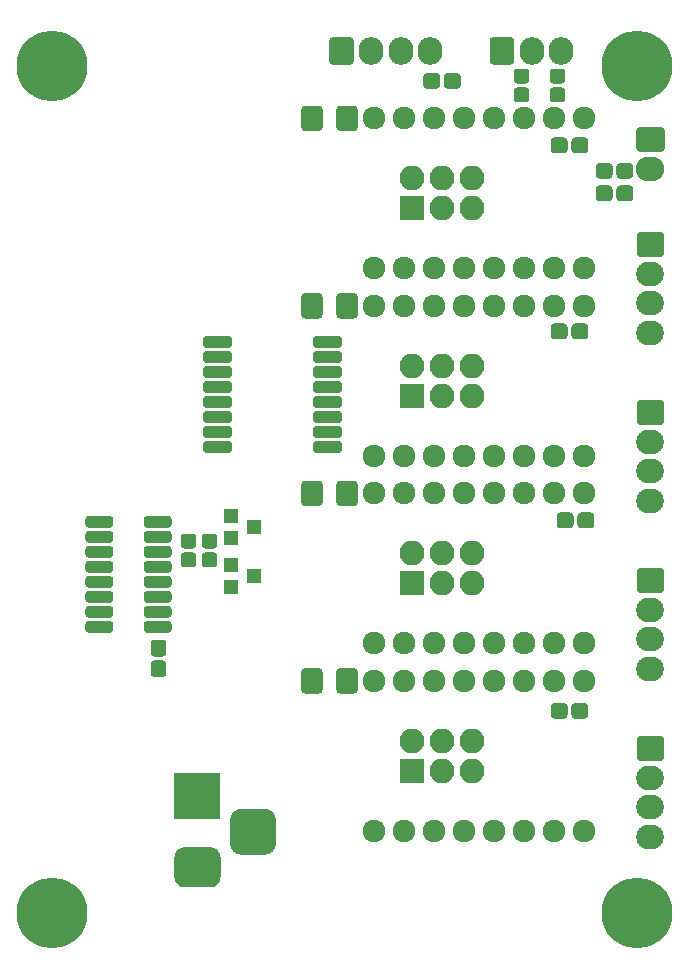
<source format=gbr>
G04 #@! TF.GenerationSoftware,KiCad,Pcbnew,5.1.6*
G04 #@! TF.CreationDate,2020-07-21T22:46:31+02:00*
G04 #@! TF.ProjectId,esp32_stepper_driver,65737033-325f-4737-9465-707065725f64,rev?*
G04 #@! TF.SameCoordinates,Original*
G04 #@! TF.FileFunction,Soldermask,Bot*
G04 #@! TF.FilePolarity,Negative*
%FSLAX46Y46*%
G04 Gerber Fmt 4.6, Leading zero omitted, Abs format (unit mm)*
G04 Created by KiCad (PCBNEW 5.1.6) date 2020-07-21 22:46:31*
%MOMM*%
%LPD*%
G01*
G04 APERTURE LIST*
%ADD10O,2.100000X2.100000*%
%ADD11R,2.100000X2.100000*%
%ADD12O,2.350000X2.100000*%
%ADD13R,1.300000X1.200000*%
%ADD14C,6.000000*%
%ADD15O,2.400000X2.100000*%
%ADD16O,2.100000X2.350000*%
%ADD17R,3.900000X3.900000*%
%ADD18C,1.924000*%
G04 APERTURE END LIST*
D10*
X175895000Y-83820000D03*
X175895000Y-86360000D03*
X173355000Y-83820000D03*
X173355000Y-86360000D03*
X170815000Y-83820000D03*
D11*
X170815000Y-86360000D03*
D10*
X175895000Y-99695000D03*
X175895000Y-102235000D03*
X173355000Y-99695000D03*
X173355000Y-102235000D03*
X170815000Y-99695000D03*
D11*
X170815000Y-102235000D03*
D10*
X175895000Y-115570000D03*
X175895000Y-118110000D03*
X173355000Y-115570000D03*
X173355000Y-118110000D03*
X170815000Y-115570000D03*
D11*
X170815000Y-118110000D03*
D10*
X175895000Y-131445000D03*
X175895000Y-133985000D03*
X173355000Y-131445000D03*
X173355000Y-133985000D03*
X170815000Y-131445000D03*
D11*
X170815000Y-133985000D03*
D12*
X191008000Y-96908000D03*
X191008000Y-94408000D03*
X191008000Y-91908000D03*
G36*
G01*
X190141823Y-88358000D02*
X191874177Y-88358000D01*
G75*
G02*
X192183000Y-88666823I0J-308823D01*
G01*
X192183000Y-90149177D01*
G75*
G02*
X191874177Y-90458000I-308823J0D01*
G01*
X190141823Y-90458000D01*
G75*
G02*
X189833000Y-90149177I0J308823D01*
G01*
X189833000Y-88666823D01*
G75*
G02*
X190141823Y-88358000I308823J0D01*
G01*
G37*
X191008000Y-125356000D03*
X191008000Y-122856000D03*
X191008000Y-120356000D03*
G36*
G01*
X190141823Y-116806000D02*
X191874177Y-116806000D01*
G75*
G02*
X192183000Y-117114823I0J-308823D01*
G01*
X192183000Y-118597177D01*
G75*
G02*
X191874177Y-118906000I-308823J0D01*
G01*
X190141823Y-118906000D01*
G75*
G02*
X189833000Y-118597177I0J308823D01*
G01*
X189833000Y-117114823D01*
G75*
G02*
X190141823Y-116806000I308823J0D01*
G01*
G37*
G36*
G01*
X155579000Y-97413000D02*
X155579000Y-97913000D01*
G75*
G02*
X155329000Y-98163000I-250000J0D01*
G01*
X153379000Y-98163000D01*
G75*
G02*
X153129000Y-97913000I0J250000D01*
G01*
X153129000Y-97413000D01*
G75*
G02*
X153379000Y-97163000I250000J0D01*
G01*
X155329000Y-97163000D01*
G75*
G02*
X155579000Y-97413000I0J-250000D01*
G01*
G37*
G36*
G01*
X155579000Y-98683000D02*
X155579000Y-99183000D01*
G75*
G02*
X155329000Y-99433000I-250000J0D01*
G01*
X153379000Y-99433000D01*
G75*
G02*
X153129000Y-99183000I0J250000D01*
G01*
X153129000Y-98683000D01*
G75*
G02*
X153379000Y-98433000I250000J0D01*
G01*
X155329000Y-98433000D01*
G75*
G02*
X155579000Y-98683000I0J-250000D01*
G01*
G37*
G36*
G01*
X155579000Y-99953000D02*
X155579000Y-100453000D01*
G75*
G02*
X155329000Y-100703000I-250000J0D01*
G01*
X153379000Y-100703000D01*
G75*
G02*
X153129000Y-100453000I0J250000D01*
G01*
X153129000Y-99953000D01*
G75*
G02*
X153379000Y-99703000I250000J0D01*
G01*
X155329000Y-99703000D01*
G75*
G02*
X155579000Y-99953000I0J-250000D01*
G01*
G37*
G36*
G01*
X155579000Y-101223000D02*
X155579000Y-101723000D01*
G75*
G02*
X155329000Y-101973000I-250000J0D01*
G01*
X153379000Y-101973000D01*
G75*
G02*
X153129000Y-101723000I0J250000D01*
G01*
X153129000Y-101223000D01*
G75*
G02*
X153379000Y-100973000I250000J0D01*
G01*
X155329000Y-100973000D01*
G75*
G02*
X155579000Y-101223000I0J-250000D01*
G01*
G37*
G36*
G01*
X155579000Y-102493000D02*
X155579000Y-102993000D01*
G75*
G02*
X155329000Y-103243000I-250000J0D01*
G01*
X153379000Y-103243000D01*
G75*
G02*
X153129000Y-102993000I0J250000D01*
G01*
X153129000Y-102493000D01*
G75*
G02*
X153379000Y-102243000I250000J0D01*
G01*
X155329000Y-102243000D01*
G75*
G02*
X155579000Y-102493000I0J-250000D01*
G01*
G37*
G36*
G01*
X155579000Y-103763000D02*
X155579000Y-104263000D01*
G75*
G02*
X155329000Y-104513000I-250000J0D01*
G01*
X153379000Y-104513000D01*
G75*
G02*
X153129000Y-104263000I0J250000D01*
G01*
X153129000Y-103763000D01*
G75*
G02*
X153379000Y-103513000I250000J0D01*
G01*
X155329000Y-103513000D01*
G75*
G02*
X155579000Y-103763000I0J-250000D01*
G01*
G37*
G36*
G01*
X155579000Y-105033000D02*
X155579000Y-105533000D01*
G75*
G02*
X155329000Y-105783000I-250000J0D01*
G01*
X153379000Y-105783000D01*
G75*
G02*
X153129000Y-105533000I0J250000D01*
G01*
X153129000Y-105033000D01*
G75*
G02*
X153379000Y-104783000I250000J0D01*
G01*
X155329000Y-104783000D01*
G75*
G02*
X155579000Y-105033000I0J-250000D01*
G01*
G37*
G36*
G01*
X155579000Y-106303000D02*
X155579000Y-106803000D01*
G75*
G02*
X155329000Y-107053000I-250000J0D01*
G01*
X153379000Y-107053000D01*
G75*
G02*
X153129000Y-106803000I0J250000D01*
G01*
X153129000Y-106303000D01*
G75*
G02*
X153379000Y-106053000I250000J0D01*
G01*
X155329000Y-106053000D01*
G75*
G02*
X155579000Y-106303000I0J-250000D01*
G01*
G37*
G36*
G01*
X164879000Y-106303000D02*
X164879000Y-106803000D01*
G75*
G02*
X164629000Y-107053000I-250000J0D01*
G01*
X162679000Y-107053000D01*
G75*
G02*
X162429000Y-106803000I0J250000D01*
G01*
X162429000Y-106303000D01*
G75*
G02*
X162679000Y-106053000I250000J0D01*
G01*
X164629000Y-106053000D01*
G75*
G02*
X164879000Y-106303000I0J-250000D01*
G01*
G37*
G36*
G01*
X164879000Y-105033000D02*
X164879000Y-105533000D01*
G75*
G02*
X164629000Y-105783000I-250000J0D01*
G01*
X162679000Y-105783000D01*
G75*
G02*
X162429000Y-105533000I0J250000D01*
G01*
X162429000Y-105033000D01*
G75*
G02*
X162679000Y-104783000I250000J0D01*
G01*
X164629000Y-104783000D01*
G75*
G02*
X164879000Y-105033000I0J-250000D01*
G01*
G37*
G36*
G01*
X164879000Y-103763000D02*
X164879000Y-104263000D01*
G75*
G02*
X164629000Y-104513000I-250000J0D01*
G01*
X162679000Y-104513000D01*
G75*
G02*
X162429000Y-104263000I0J250000D01*
G01*
X162429000Y-103763000D01*
G75*
G02*
X162679000Y-103513000I250000J0D01*
G01*
X164629000Y-103513000D01*
G75*
G02*
X164879000Y-103763000I0J-250000D01*
G01*
G37*
G36*
G01*
X164879000Y-102493000D02*
X164879000Y-102993000D01*
G75*
G02*
X164629000Y-103243000I-250000J0D01*
G01*
X162679000Y-103243000D01*
G75*
G02*
X162429000Y-102993000I0J250000D01*
G01*
X162429000Y-102493000D01*
G75*
G02*
X162679000Y-102243000I250000J0D01*
G01*
X164629000Y-102243000D01*
G75*
G02*
X164879000Y-102493000I0J-250000D01*
G01*
G37*
G36*
G01*
X164879000Y-101223000D02*
X164879000Y-101723000D01*
G75*
G02*
X164629000Y-101973000I-250000J0D01*
G01*
X162679000Y-101973000D01*
G75*
G02*
X162429000Y-101723000I0J250000D01*
G01*
X162429000Y-101223000D01*
G75*
G02*
X162679000Y-100973000I250000J0D01*
G01*
X164629000Y-100973000D01*
G75*
G02*
X164879000Y-101223000I0J-250000D01*
G01*
G37*
G36*
G01*
X164879000Y-99953000D02*
X164879000Y-100453000D01*
G75*
G02*
X164629000Y-100703000I-250000J0D01*
G01*
X162679000Y-100703000D01*
G75*
G02*
X162429000Y-100453000I0J250000D01*
G01*
X162429000Y-99953000D01*
G75*
G02*
X162679000Y-99703000I250000J0D01*
G01*
X164629000Y-99703000D01*
G75*
G02*
X164879000Y-99953000I0J-250000D01*
G01*
G37*
G36*
G01*
X164879000Y-98683000D02*
X164879000Y-99183000D01*
G75*
G02*
X164629000Y-99433000I-250000J0D01*
G01*
X162679000Y-99433000D01*
G75*
G02*
X162429000Y-99183000I0J250000D01*
G01*
X162429000Y-98683000D01*
G75*
G02*
X162679000Y-98433000I250000J0D01*
G01*
X164629000Y-98433000D01*
G75*
G02*
X164879000Y-98683000I0J-250000D01*
G01*
G37*
G36*
G01*
X164879000Y-97413000D02*
X164879000Y-97913000D01*
G75*
G02*
X164629000Y-98163000I-250000J0D01*
G01*
X162679000Y-98163000D01*
G75*
G02*
X162429000Y-97913000I0J250000D01*
G01*
X162429000Y-97413000D01*
G75*
G02*
X162679000Y-97163000I250000J0D01*
G01*
X164629000Y-97163000D01*
G75*
G02*
X164879000Y-97413000I0J-250000D01*
G01*
G37*
G36*
G01*
X148112000Y-122043000D02*
X148112000Y-121543000D01*
G75*
G02*
X148362000Y-121293000I250000J0D01*
G01*
X150212000Y-121293000D01*
G75*
G02*
X150462000Y-121543000I0J-250000D01*
G01*
X150462000Y-122043000D01*
G75*
G02*
X150212000Y-122293000I-250000J0D01*
G01*
X148362000Y-122293000D01*
G75*
G02*
X148112000Y-122043000I0J250000D01*
G01*
G37*
G36*
G01*
X148112000Y-120773000D02*
X148112000Y-120273000D01*
G75*
G02*
X148362000Y-120023000I250000J0D01*
G01*
X150212000Y-120023000D01*
G75*
G02*
X150462000Y-120273000I0J-250000D01*
G01*
X150462000Y-120773000D01*
G75*
G02*
X150212000Y-121023000I-250000J0D01*
G01*
X148362000Y-121023000D01*
G75*
G02*
X148112000Y-120773000I0J250000D01*
G01*
G37*
G36*
G01*
X148112000Y-119503000D02*
X148112000Y-119003000D01*
G75*
G02*
X148362000Y-118753000I250000J0D01*
G01*
X150212000Y-118753000D01*
G75*
G02*
X150462000Y-119003000I0J-250000D01*
G01*
X150462000Y-119503000D01*
G75*
G02*
X150212000Y-119753000I-250000J0D01*
G01*
X148362000Y-119753000D01*
G75*
G02*
X148112000Y-119503000I0J250000D01*
G01*
G37*
G36*
G01*
X148112000Y-118233000D02*
X148112000Y-117733000D01*
G75*
G02*
X148362000Y-117483000I250000J0D01*
G01*
X150212000Y-117483000D01*
G75*
G02*
X150462000Y-117733000I0J-250000D01*
G01*
X150462000Y-118233000D01*
G75*
G02*
X150212000Y-118483000I-250000J0D01*
G01*
X148362000Y-118483000D01*
G75*
G02*
X148112000Y-118233000I0J250000D01*
G01*
G37*
G36*
G01*
X148112000Y-116963000D02*
X148112000Y-116463000D01*
G75*
G02*
X148362000Y-116213000I250000J0D01*
G01*
X150212000Y-116213000D01*
G75*
G02*
X150462000Y-116463000I0J-250000D01*
G01*
X150462000Y-116963000D01*
G75*
G02*
X150212000Y-117213000I-250000J0D01*
G01*
X148362000Y-117213000D01*
G75*
G02*
X148112000Y-116963000I0J250000D01*
G01*
G37*
G36*
G01*
X148112000Y-115693000D02*
X148112000Y-115193000D01*
G75*
G02*
X148362000Y-114943000I250000J0D01*
G01*
X150212000Y-114943000D01*
G75*
G02*
X150462000Y-115193000I0J-250000D01*
G01*
X150462000Y-115693000D01*
G75*
G02*
X150212000Y-115943000I-250000J0D01*
G01*
X148362000Y-115943000D01*
G75*
G02*
X148112000Y-115693000I0J250000D01*
G01*
G37*
G36*
G01*
X148112000Y-114423000D02*
X148112000Y-113923000D01*
G75*
G02*
X148362000Y-113673000I250000J0D01*
G01*
X150212000Y-113673000D01*
G75*
G02*
X150462000Y-113923000I0J-250000D01*
G01*
X150462000Y-114423000D01*
G75*
G02*
X150212000Y-114673000I-250000J0D01*
G01*
X148362000Y-114673000D01*
G75*
G02*
X148112000Y-114423000I0J250000D01*
G01*
G37*
G36*
G01*
X148112000Y-113153000D02*
X148112000Y-112653000D01*
G75*
G02*
X148362000Y-112403000I250000J0D01*
G01*
X150212000Y-112403000D01*
G75*
G02*
X150462000Y-112653000I0J-250000D01*
G01*
X150462000Y-113153000D01*
G75*
G02*
X150212000Y-113403000I-250000J0D01*
G01*
X148362000Y-113403000D01*
G75*
G02*
X148112000Y-113153000I0J250000D01*
G01*
G37*
G36*
G01*
X143162000Y-113153000D02*
X143162000Y-112653000D01*
G75*
G02*
X143412000Y-112403000I250000J0D01*
G01*
X145262000Y-112403000D01*
G75*
G02*
X145512000Y-112653000I0J-250000D01*
G01*
X145512000Y-113153000D01*
G75*
G02*
X145262000Y-113403000I-250000J0D01*
G01*
X143412000Y-113403000D01*
G75*
G02*
X143162000Y-113153000I0J250000D01*
G01*
G37*
G36*
G01*
X143162000Y-114423000D02*
X143162000Y-113923000D01*
G75*
G02*
X143412000Y-113673000I250000J0D01*
G01*
X145262000Y-113673000D01*
G75*
G02*
X145512000Y-113923000I0J-250000D01*
G01*
X145512000Y-114423000D01*
G75*
G02*
X145262000Y-114673000I-250000J0D01*
G01*
X143412000Y-114673000D01*
G75*
G02*
X143162000Y-114423000I0J250000D01*
G01*
G37*
G36*
G01*
X143162000Y-115693000D02*
X143162000Y-115193000D01*
G75*
G02*
X143412000Y-114943000I250000J0D01*
G01*
X145262000Y-114943000D01*
G75*
G02*
X145512000Y-115193000I0J-250000D01*
G01*
X145512000Y-115693000D01*
G75*
G02*
X145262000Y-115943000I-250000J0D01*
G01*
X143412000Y-115943000D01*
G75*
G02*
X143162000Y-115693000I0J250000D01*
G01*
G37*
G36*
G01*
X143162000Y-116963000D02*
X143162000Y-116463000D01*
G75*
G02*
X143412000Y-116213000I250000J0D01*
G01*
X145262000Y-116213000D01*
G75*
G02*
X145512000Y-116463000I0J-250000D01*
G01*
X145512000Y-116963000D01*
G75*
G02*
X145262000Y-117213000I-250000J0D01*
G01*
X143412000Y-117213000D01*
G75*
G02*
X143162000Y-116963000I0J250000D01*
G01*
G37*
G36*
G01*
X143162000Y-118233000D02*
X143162000Y-117733000D01*
G75*
G02*
X143412000Y-117483000I250000J0D01*
G01*
X145262000Y-117483000D01*
G75*
G02*
X145512000Y-117733000I0J-250000D01*
G01*
X145512000Y-118233000D01*
G75*
G02*
X145262000Y-118483000I-250000J0D01*
G01*
X143412000Y-118483000D01*
G75*
G02*
X143162000Y-118233000I0J250000D01*
G01*
G37*
G36*
G01*
X143162000Y-119503000D02*
X143162000Y-119003000D01*
G75*
G02*
X143412000Y-118753000I250000J0D01*
G01*
X145262000Y-118753000D01*
G75*
G02*
X145512000Y-119003000I0J-250000D01*
G01*
X145512000Y-119503000D01*
G75*
G02*
X145262000Y-119753000I-250000J0D01*
G01*
X143412000Y-119753000D01*
G75*
G02*
X143162000Y-119503000I0J250000D01*
G01*
G37*
G36*
G01*
X143162000Y-120773000D02*
X143162000Y-120273000D01*
G75*
G02*
X143412000Y-120023000I250000J0D01*
G01*
X145262000Y-120023000D01*
G75*
G02*
X145512000Y-120273000I0J-250000D01*
G01*
X145512000Y-120773000D01*
G75*
G02*
X145262000Y-121023000I-250000J0D01*
G01*
X143412000Y-121023000D01*
G75*
G02*
X143162000Y-120773000I0J250000D01*
G01*
G37*
G36*
G01*
X143162000Y-122043000D02*
X143162000Y-121543000D01*
G75*
G02*
X143412000Y-121293000I250000J0D01*
G01*
X145262000Y-121293000D01*
G75*
G02*
X145512000Y-121543000I0J-250000D01*
G01*
X145512000Y-122043000D01*
G75*
G02*
X145262000Y-122293000I-250000J0D01*
G01*
X143412000Y-122293000D01*
G75*
G02*
X143162000Y-122043000I0J250000D01*
G01*
G37*
G36*
G01*
X180442250Y-75796000D02*
X179729750Y-75796000D01*
G75*
G02*
X179411000Y-75477250I0J318750D01*
G01*
X179411000Y-74839750D01*
G75*
G02*
X179729750Y-74521000I318750J0D01*
G01*
X180442250Y-74521000D01*
G75*
G02*
X180761000Y-74839750I0J-318750D01*
G01*
X180761000Y-75477250D01*
G75*
G02*
X180442250Y-75796000I-318750J0D01*
G01*
G37*
G36*
G01*
X180442250Y-77371000D02*
X179729750Y-77371000D01*
G75*
G02*
X179411000Y-77052250I0J318750D01*
G01*
X179411000Y-76414750D01*
G75*
G02*
X179729750Y-76096000I318750J0D01*
G01*
X180442250Y-76096000D01*
G75*
G02*
X180761000Y-76414750I0J-318750D01*
G01*
X180761000Y-77052250D01*
G75*
G02*
X180442250Y-77371000I-318750J0D01*
G01*
G37*
G36*
G01*
X183490250Y-75796000D02*
X182777750Y-75796000D01*
G75*
G02*
X182459000Y-75477250I0J318750D01*
G01*
X182459000Y-74839750D01*
G75*
G02*
X182777750Y-74521000I318750J0D01*
G01*
X183490250Y-74521000D01*
G75*
G02*
X183809000Y-74839750I0J-318750D01*
G01*
X183809000Y-75477250D01*
G75*
G02*
X183490250Y-75796000I-318750J0D01*
G01*
G37*
G36*
G01*
X183490250Y-77371000D02*
X182777750Y-77371000D01*
G75*
G02*
X182459000Y-77052250I0J318750D01*
G01*
X182459000Y-76414750D01*
G75*
G02*
X182777750Y-76096000I318750J0D01*
G01*
X183490250Y-76096000D01*
G75*
G02*
X183809000Y-76414750I0J-318750D01*
G01*
X183809000Y-77052250D01*
G75*
G02*
X183490250Y-77371000I-318750J0D01*
G01*
G37*
G36*
G01*
X152248250Y-115166000D02*
X151535750Y-115166000D01*
G75*
G02*
X151217000Y-114847250I0J318750D01*
G01*
X151217000Y-114209750D01*
G75*
G02*
X151535750Y-113891000I318750J0D01*
G01*
X152248250Y-113891000D01*
G75*
G02*
X152567000Y-114209750I0J-318750D01*
G01*
X152567000Y-114847250D01*
G75*
G02*
X152248250Y-115166000I-318750J0D01*
G01*
G37*
G36*
G01*
X152248250Y-116741000D02*
X151535750Y-116741000D01*
G75*
G02*
X151217000Y-116422250I0J318750D01*
G01*
X151217000Y-115784750D01*
G75*
G02*
X151535750Y-115466000I318750J0D01*
G01*
X152248250Y-115466000D01*
G75*
G02*
X152567000Y-115784750I0J-318750D01*
G01*
X152567000Y-116422250D01*
G75*
G02*
X152248250Y-116741000I-318750J0D01*
G01*
G37*
G36*
G01*
X153313750Y-115466000D02*
X154026250Y-115466000D01*
G75*
G02*
X154345000Y-115784750I0J-318750D01*
G01*
X154345000Y-116422250D01*
G75*
G02*
X154026250Y-116741000I-318750J0D01*
G01*
X153313750Y-116741000D01*
G75*
G02*
X152995000Y-116422250I0J318750D01*
G01*
X152995000Y-115784750D01*
G75*
G02*
X153313750Y-115466000I318750J0D01*
G01*
G37*
G36*
G01*
X153313750Y-113891000D02*
X154026250Y-113891000D01*
G75*
G02*
X154345000Y-114209750I0J-318750D01*
G01*
X154345000Y-114847250D01*
G75*
G02*
X154026250Y-115166000I-318750J0D01*
G01*
X153313750Y-115166000D01*
G75*
G02*
X152995000Y-114847250I0J318750D01*
G01*
X152995000Y-114209750D01*
G75*
G02*
X153313750Y-113891000I318750J0D01*
G01*
G37*
D13*
X157464000Y-117475000D03*
X155464000Y-116525000D03*
X155464000Y-118425000D03*
X157464000Y-113345000D03*
X155464000Y-112395000D03*
X155464000Y-114295000D03*
D14*
X189865000Y-146050000D03*
X140335000Y-146050000D03*
X189865000Y-74295000D03*
X140335000Y-74295000D03*
D12*
X191008000Y-111132000D03*
X191008000Y-108632000D03*
X191008000Y-106132000D03*
G36*
G01*
X190141823Y-102582000D02*
X191874177Y-102582000D01*
G75*
G02*
X192183000Y-102890823I0J-308823D01*
G01*
X192183000Y-104373177D01*
G75*
G02*
X191874177Y-104682000I-308823J0D01*
G01*
X190141823Y-104682000D01*
G75*
G02*
X189833000Y-104373177I0J308823D01*
G01*
X189833000Y-102890823D01*
G75*
G02*
X190141823Y-102582000I308823J0D01*
G01*
G37*
D15*
X191008000Y-83018000D03*
G36*
G01*
X190116823Y-79468000D02*
X191899177Y-79468000D01*
G75*
G02*
X192208000Y-79776823I0J-308823D01*
G01*
X192208000Y-81259177D01*
G75*
G02*
X191899177Y-81568000I-308823J0D01*
G01*
X190116823Y-81568000D01*
G75*
G02*
X189808000Y-81259177I0J308823D01*
G01*
X189808000Y-79776823D01*
G75*
G02*
X190116823Y-79468000I308823J0D01*
G01*
G37*
D16*
X183435000Y-73025000D03*
X180935000Y-73025000D03*
G36*
G01*
X177385000Y-73891177D02*
X177385000Y-72158823D01*
G75*
G02*
X177693823Y-71850000I308823J0D01*
G01*
X179176177Y-71850000D01*
G75*
G02*
X179485000Y-72158823I0J-308823D01*
G01*
X179485000Y-73891177D01*
G75*
G02*
X179176177Y-74200000I-308823J0D01*
G01*
X177693823Y-74200000D01*
G75*
G02*
X177385000Y-73891177I0J308823D01*
G01*
G37*
X172346000Y-73025000D03*
X169846000Y-73025000D03*
X167346000Y-73025000D03*
G36*
G01*
X163796000Y-73891177D02*
X163796000Y-72158823D01*
G75*
G02*
X164104823Y-71850000I308823J0D01*
G01*
X165587177Y-71850000D01*
G75*
G02*
X165896000Y-72158823I0J-308823D01*
G01*
X165896000Y-73891177D01*
G75*
G02*
X165587177Y-74200000I-308823J0D01*
G01*
X164104823Y-74200000D01*
G75*
G02*
X163796000Y-73891177I0J308823D01*
G01*
G37*
D12*
X191008000Y-139580000D03*
X191008000Y-137080000D03*
X191008000Y-134580000D03*
G36*
G01*
X190141823Y-131030000D02*
X191874177Y-131030000D01*
G75*
G02*
X192183000Y-131338823I0J-308823D01*
G01*
X192183000Y-132821177D01*
G75*
G02*
X191874177Y-133130000I-308823J0D01*
G01*
X190141823Y-133130000D01*
G75*
G02*
X189833000Y-132821177I0J308823D01*
G01*
X189833000Y-131338823D01*
G75*
G02*
X190141823Y-131030000I308823J0D01*
G01*
G37*
G36*
G01*
X158329000Y-141094000D02*
X156379000Y-141094000D01*
G75*
G02*
X155404000Y-140119000I0J975000D01*
G01*
X155404000Y-138169000D01*
G75*
G02*
X156379000Y-137194000I975000J0D01*
G01*
X158329000Y-137194000D01*
G75*
G02*
X159304000Y-138169000I0J-975000D01*
G01*
X159304000Y-140119000D01*
G75*
G02*
X158329000Y-141094000I-975000J0D01*
G01*
G37*
G36*
G01*
X153754000Y-143844000D02*
X151554000Y-143844000D01*
G75*
G02*
X150704000Y-142994000I0J850000D01*
G01*
X150704000Y-141294000D01*
G75*
G02*
X151554000Y-140444000I850000J0D01*
G01*
X153754000Y-140444000D01*
G75*
G02*
X154604000Y-141294000I0J-850000D01*
G01*
X154604000Y-142994000D01*
G75*
G02*
X153754000Y-143844000I-850000J0D01*
G01*
G37*
D17*
X152654000Y-136144000D03*
G36*
G01*
X184300000Y-81363500D02*
X184300000Y-80688500D01*
G75*
G02*
X184637500Y-80351000I337500J0D01*
G01*
X185412500Y-80351000D01*
G75*
G02*
X185750000Y-80688500I0J-337500D01*
G01*
X185750000Y-81363500D01*
G75*
G02*
X185412500Y-81701000I-337500J0D01*
G01*
X184637500Y-81701000D01*
G75*
G02*
X184300000Y-81363500I0J337500D01*
G01*
G37*
G36*
G01*
X182550000Y-81363500D02*
X182550000Y-80688500D01*
G75*
G02*
X182887500Y-80351000I337500J0D01*
G01*
X183662500Y-80351000D01*
G75*
G02*
X184000000Y-80688500I0J-337500D01*
G01*
X184000000Y-81363500D01*
G75*
G02*
X183662500Y-81701000I-337500J0D01*
G01*
X182887500Y-81701000D01*
G75*
G02*
X182550000Y-81363500I0J337500D01*
G01*
G37*
G36*
G01*
X163255000Y-93860176D02*
X163255000Y-95369824D01*
G75*
G02*
X162934824Y-95690000I-320176J0D01*
G01*
X161750176Y-95690000D01*
G75*
G02*
X161430000Y-95369824I0J320176D01*
G01*
X161430000Y-93860176D01*
G75*
G02*
X161750176Y-93540000I320176J0D01*
G01*
X162934824Y-93540000D01*
G75*
G02*
X163255000Y-93860176I0J-320176D01*
G01*
G37*
G36*
G01*
X166230000Y-93860176D02*
X166230000Y-95369824D01*
G75*
G02*
X165909824Y-95690000I-320176J0D01*
G01*
X164725176Y-95690000D01*
G75*
G02*
X164405000Y-95369824I0J320176D01*
G01*
X164405000Y-93860176D01*
G75*
G02*
X164725176Y-93540000I320176J0D01*
G01*
X165909824Y-93540000D01*
G75*
G02*
X166230000Y-93860176I0J-320176D01*
G01*
G37*
G36*
G01*
X184300000Y-97111500D02*
X184300000Y-96436500D01*
G75*
G02*
X184637500Y-96099000I337500J0D01*
G01*
X185412500Y-96099000D01*
G75*
G02*
X185750000Y-96436500I0J-337500D01*
G01*
X185750000Y-97111500D01*
G75*
G02*
X185412500Y-97449000I-337500J0D01*
G01*
X184637500Y-97449000D01*
G75*
G02*
X184300000Y-97111500I0J337500D01*
G01*
G37*
G36*
G01*
X182550000Y-97111500D02*
X182550000Y-96436500D01*
G75*
G02*
X182887500Y-96099000I337500J0D01*
G01*
X183662500Y-96099000D01*
G75*
G02*
X184000000Y-96436500I0J-337500D01*
G01*
X184000000Y-97111500D01*
G75*
G02*
X183662500Y-97449000I-337500J0D01*
G01*
X182887500Y-97449000D01*
G75*
G02*
X182550000Y-97111500I0J337500D01*
G01*
G37*
G36*
G01*
X187810000Y-84752500D02*
X187810000Y-85427500D01*
G75*
G02*
X187472500Y-85765000I-337500J0D01*
G01*
X186697500Y-85765000D01*
G75*
G02*
X186360000Y-85427500I0J337500D01*
G01*
X186360000Y-84752500D01*
G75*
G02*
X186697500Y-84415000I337500J0D01*
G01*
X187472500Y-84415000D01*
G75*
G02*
X187810000Y-84752500I0J-337500D01*
G01*
G37*
G36*
G01*
X189560000Y-84752500D02*
X189560000Y-85427500D01*
G75*
G02*
X189222500Y-85765000I-337500J0D01*
G01*
X188447500Y-85765000D01*
G75*
G02*
X188110000Y-85427500I0J337500D01*
G01*
X188110000Y-84752500D01*
G75*
G02*
X188447500Y-84415000I337500J0D01*
G01*
X189222500Y-84415000D01*
G75*
G02*
X189560000Y-84752500I0J-337500D01*
G01*
G37*
G36*
G01*
X173505000Y-75902500D02*
X173505000Y-75227500D01*
G75*
G02*
X173842500Y-74890000I337500J0D01*
G01*
X174617500Y-74890000D01*
G75*
G02*
X174955000Y-75227500I0J-337500D01*
G01*
X174955000Y-75902500D01*
G75*
G02*
X174617500Y-76240000I-337500J0D01*
G01*
X173842500Y-76240000D01*
G75*
G02*
X173505000Y-75902500I0J337500D01*
G01*
G37*
G36*
G01*
X171755000Y-75902500D02*
X171755000Y-75227500D01*
G75*
G02*
X172092500Y-74890000I337500J0D01*
G01*
X172867500Y-74890000D01*
G75*
G02*
X173205000Y-75227500I0J-337500D01*
G01*
X173205000Y-75902500D01*
G75*
G02*
X172867500Y-76240000I-337500J0D01*
G01*
X172092500Y-76240000D01*
G75*
G02*
X171755000Y-75902500I0J337500D01*
G01*
G37*
G36*
G01*
X163255000Y-109735176D02*
X163255000Y-111244824D01*
G75*
G02*
X162934824Y-111565000I-320176J0D01*
G01*
X161750176Y-111565000D01*
G75*
G02*
X161430000Y-111244824I0J320176D01*
G01*
X161430000Y-109735176D01*
G75*
G02*
X161750176Y-109415000I320176J0D01*
G01*
X162934824Y-109415000D01*
G75*
G02*
X163255000Y-109735176I0J-320176D01*
G01*
G37*
G36*
G01*
X166230000Y-109735176D02*
X166230000Y-111244824D01*
G75*
G02*
X165909824Y-111565000I-320176J0D01*
G01*
X164725176Y-111565000D01*
G75*
G02*
X164405000Y-111244824I0J320176D01*
G01*
X164405000Y-109735176D01*
G75*
G02*
X164725176Y-109415000I320176J0D01*
G01*
X165909824Y-109415000D01*
G75*
G02*
X166230000Y-109735176I0J-320176D01*
G01*
G37*
G36*
G01*
X187810000Y-82847500D02*
X187810000Y-83522500D01*
G75*
G02*
X187472500Y-83860000I-337500J0D01*
G01*
X186697500Y-83860000D01*
G75*
G02*
X186360000Y-83522500I0J337500D01*
G01*
X186360000Y-82847500D01*
G75*
G02*
X186697500Y-82510000I337500J0D01*
G01*
X187472500Y-82510000D01*
G75*
G02*
X187810000Y-82847500I0J-337500D01*
G01*
G37*
G36*
G01*
X189560000Y-82847500D02*
X189560000Y-83522500D01*
G75*
G02*
X189222500Y-83860000I-337500J0D01*
G01*
X188447500Y-83860000D01*
G75*
G02*
X188110000Y-83522500I0J337500D01*
G01*
X188110000Y-82847500D01*
G75*
G02*
X188447500Y-82510000I337500J0D01*
G01*
X189222500Y-82510000D01*
G75*
G02*
X189560000Y-82847500I0J-337500D01*
G01*
G37*
G36*
G01*
X184808000Y-113113500D02*
X184808000Y-112438500D01*
G75*
G02*
X185145500Y-112101000I337500J0D01*
G01*
X185920500Y-112101000D01*
G75*
G02*
X186258000Y-112438500I0J-337500D01*
G01*
X186258000Y-113113500D01*
G75*
G02*
X185920500Y-113451000I-337500J0D01*
G01*
X185145500Y-113451000D01*
G75*
G02*
X184808000Y-113113500I0J337500D01*
G01*
G37*
G36*
G01*
X183058000Y-113113500D02*
X183058000Y-112438500D01*
G75*
G02*
X183395500Y-112101000I337500J0D01*
G01*
X184170500Y-112101000D01*
G75*
G02*
X184508000Y-112438500I0J-337500D01*
G01*
X184508000Y-113113500D01*
G75*
G02*
X184170500Y-113451000I-337500J0D01*
G01*
X183395500Y-113451000D01*
G75*
G02*
X183058000Y-113113500I0J337500D01*
G01*
G37*
G36*
G01*
X149014500Y-124610000D02*
X149689500Y-124610000D01*
G75*
G02*
X150027000Y-124947500I0J-337500D01*
G01*
X150027000Y-125722500D01*
G75*
G02*
X149689500Y-126060000I-337500J0D01*
G01*
X149014500Y-126060000D01*
G75*
G02*
X148677000Y-125722500I0J337500D01*
G01*
X148677000Y-124947500D01*
G75*
G02*
X149014500Y-124610000I337500J0D01*
G01*
G37*
G36*
G01*
X149014500Y-122860000D02*
X149689500Y-122860000D01*
G75*
G02*
X150027000Y-123197500I0J-337500D01*
G01*
X150027000Y-123972500D01*
G75*
G02*
X149689500Y-124310000I-337500J0D01*
G01*
X149014500Y-124310000D01*
G75*
G02*
X148677000Y-123972500I0J337500D01*
G01*
X148677000Y-123197500D01*
G75*
G02*
X149014500Y-122860000I337500J0D01*
G01*
G37*
G36*
G01*
X163255000Y-125610176D02*
X163255000Y-127119824D01*
G75*
G02*
X162934824Y-127440000I-320176J0D01*
G01*
X161750176Y-127440000D01*
G75*
G02*
X161430000Y-127119824I0J320176D01*
G01*
X161430000Y-125610176D01*
G75*
G02*
X161750176Y-125290000I320176J0D01*
G01*
X162934824Y-125290000D01*
G75*
G02*
X163255000Y-125610176I0J-320176D01*
G01*
G37*
G36*
G01*
X166230000Y-125610176D02*
X166230000Y-127119824D01*
G75*
G02*
X165909824Y-127440000I-320176J0D01*
G01*
X164725176Y-127440000D01*
G75*
G02*
X164405000Y-127119824I0J320176D01*
G01*
X164405000Y-125610176D01*
G75*
G02*
X164725176Y-125290000I320176J0D01*
G01*
X165909824Y-125290000D01*
G75*
G02*
X166230000Y-125610176I0J-320176D01*
G01*
G37*
D18*
X185420000Y-91440000D03*
X182880000Y-91440000D03*
X180340000Y-91440000D03*
X177800000Y-91440000D03*
X175260000Y-91440000D03*
X172720000Y-91440000D03*
X170180000Y-91440000D03*
X167640000Y-91440000D03*
X167640000Y-78740000D03*
X170180000Y-78740000D03*
X172720000Y-78740000D03*
X175260000Y-78740000D03*
X177800000Y-78740000D03*
X180340000Y-78740000D03*
X182880000Y-78740000D03*
X185420000Y-78740000D03*
X185420000Y-107315000D03*
X182880000Y-107315000D03*
X180340000Y-107315000D03*
X177800000Y-107315000D03*
X175260000Y-107315000D03*
X172720000Y-107315000D03*
X170180000Y-107315000D03*
X167640000Y-107315000D03*
X167640000Y-94615000D03*
X170180000Y-94615000D03*
X172720000Y-94615000D03*
X175260000Y-94615000D03*
X177800000Y-94615000D03*
X180340000Y-94615000D03*
X182880000Y-94615000D03*
X185420000Y-94615000D03*
X185420000Y-123190000D03*
X182880000Y-123190000D03*
X180340000Y-123190000D03*
X177800000Y-123190000D03*
X175260000Y-123190000D03*
X172720000Y-123190000D03*
X170180000Y-123190000D03*
X167640000Y-123190000D03*
X167640000Y-110490000D03*
X170180000Y-110490000D03*
X172720000Y-110490000D03*
X175260000Y-110490000D03*
X177800000Y-110490000D03*
X180340000Y-110490000D03*
X182880000Y-110490000D03*
X185420000Y-110490000D03*
X185420000Y-139065000D03*
X182880000Y-139065000D03*
X180340000Y-139065000D03*
X177800000Y-139065000D03*
X175260000Y-139065000D03*
X172720000Y-139065000D03*
X170180000Y-139065000D03*
X167640000Y-139065000D03*
X167640000Y-126365000D03*
X170180000Y-126365000D03*
X172720000Y-126365000D03*
X175260000Y-126365000D03*
X177800000Y-126365000D03*
X180340000Y-126365000D03*
X182880000Y-126365000D03*
X185420000Y-126365000D03*
G36*
G01*
X184300000Y-129242500D02*
X184300000Y-128567500D01*
G75*
G02*
X184637500Y-128230000I337500J0D01*
G01*
X185412500Y-128230000D01*
G75*
G02*
X185750000Y-128567500I0J-337500D01*
G01*
X185750000Y-129242500D01*
G75*
G02*
X185412500Y-129580000I-337500J0D01*
G01*
X184637500Y-129580000D01*
G75*
G02*
X184300000Y-129242500I0J337500D01*
G01*
G37*
G36*
G01*
X182550000Y-129242500D02*
X182550000Y-128567500D01*
G75*
G02*
X182887500Y-128230000I337500J0D01*
G01*
X183662500Y-128230000D01*
G75*
G02*
X184000000Y-128567500I0J-337500D01*
G01*
X184000000Y-129242500D01*
G75*
G02*
X183662500Y-129580000I-337500J0D01*
G01*
X182887500Y-129580000D01*
G75*
G02*
X182550000Y-129242500I0J337500D01*
G01*
G37*
G36*
G01*
X166230000Y-77985176D02*
X166230000Y-79494824D01*
G75*
G02*
X165909824Y-79815000I-320176J0D01*
G01*
X164725176Y-79815000D01*
G75*
G02*
X164405000Y-79494824I0J320176D01*
G01*
X164405000Y-77985176D01*
G75*
G02*
X164725176Y-77665000I320176J0D01*
G01*
X165909824Y-77665000D01*
G75*
G02*
X166230000Y-77985176I0J-320176D01*
G01*
G37*
G36*
G01*
X163255000Y-77985176D02*
X163255000Y-79494824D01*
G75*
G02*
X162934824Y-79815000I-320176J0D01*
G01*
X161750176Y-79815000D01*
G75*
G02*
X161430000Y-79494824I0J320176D01*
G01*
X161430000Y-77985176D01*
G75*
G02*
X161750176Y-77665000I320176J0D01*
G01*
X162934824Y-77665000D01*
G75*
G02*
X163255000Y-77985176I0J-320176D01*
G01*
G37*
M02*

</source>
